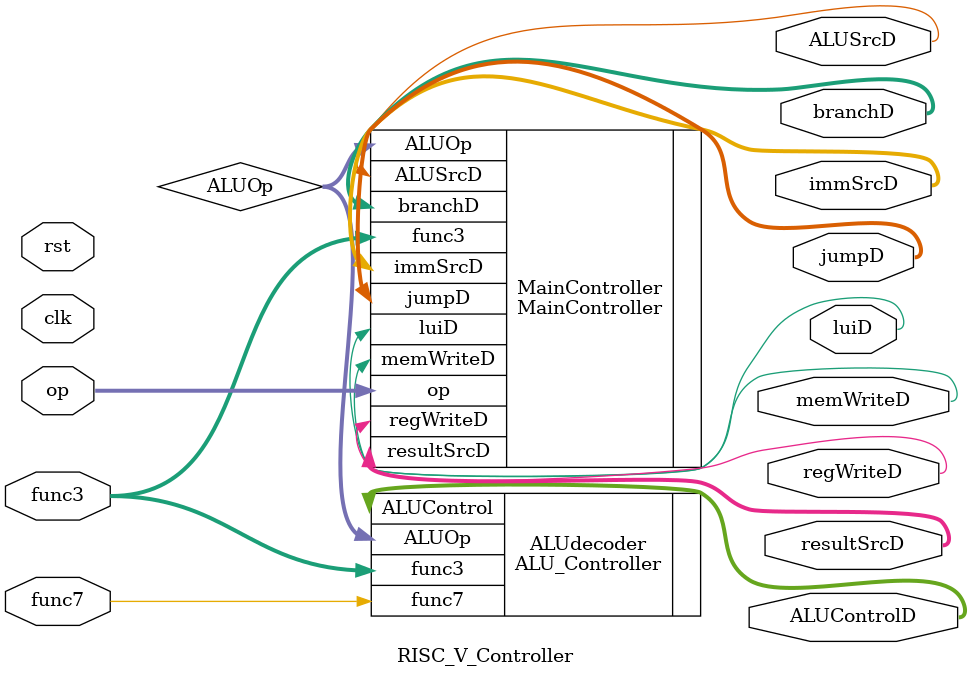
<source format=v>
module RISC_V_Controller(
    input clk,
    input rst,
    input[6:0] op, 
    input[2:0] func3, 
    input func7,
    output regWriteD, 
    output[1:0] resultSrcD, 
    output memWriteD,
    output[1:0] jumpD, 
    output[2:0] branchD, 
    output[2:0] ALUControlD,
    output ALUSrcD, 
    output[2:0] immSrcD, 
    output luiD);

    wire [1:0] ALUOp;

    MainController MainController(
        .op(op),
        .func3(func3),
        .regWriteD(regWriteD),
        .resultSrcD(resultSrcD),
        .memWriteD(memWriteD),
        .jumpD(jumpD),
        .branchD(branchD),
        .ALUOp(ALUOp), 
        .ALUSrcD(ALUSrcD), 
        .immSrcD(immSrcD), 
        .luiD(luiD)
    );
    
    ALU_Controller ALUdecoder(
        .func3(func3),
        .func7(func7),
        .ALUOp(ALUOp), 
        .ALUControl(ALUControlD)
    );
    
endmodule
</source>
